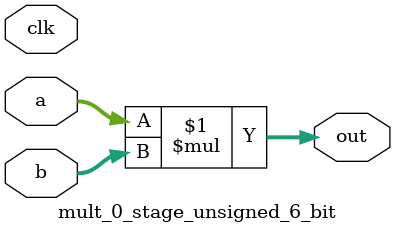
<source format=sv>
(* use_dsp = "yes" *) module mult_0_stage_unsigned_6_bit(
	input  [5:0] a,
	input  [5:0] b,
	output [5:0] out,
	input clk);

	assign out = a * b;
endmodule

</source>
